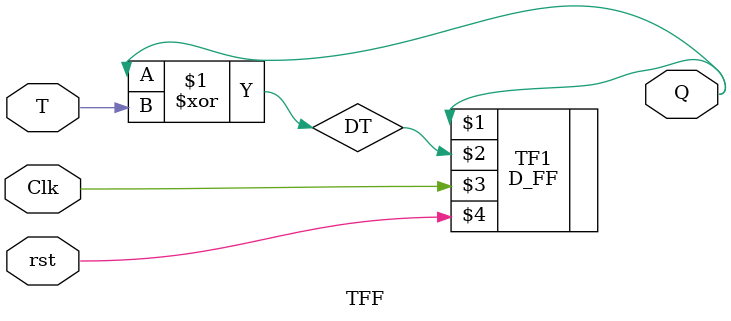
<source format=v>
module TFF(Q, T, Clk, rst);

    output Q;

    input T, Clk, rst;

    wire DT;

    assign DT = Q ^ T;
    
    D_FF TF1(Q, DT, Clk, rst);

endmodule
</source>
